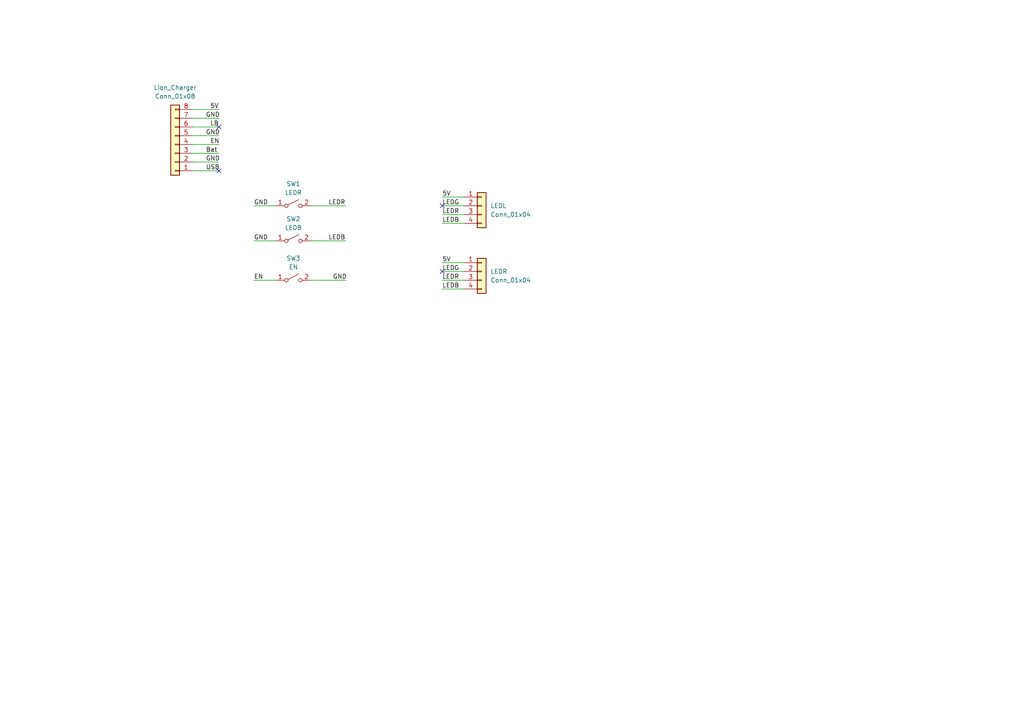
<source format=kicad_sch>
(kicad_sch (version 20231120) (generator "eeschema") (generator_version "8.0")
  (paper "A4")
  (lib_symbols
    (symbol "Connector_Generic:Conn_01x04" (pin_names (offset 1.016) hide)
      (property "Reference" "J" (at 0 5.08 0))
      (property "Value" "Conn_01x04" (at 0 -7.62 0))
      (symbol "Conn_01x04_1_1"
        (rectangle (start -1.27 -4.953) (end 0 -5.207) (stroke (width 0.1524)))
        (rectangle (start -1.27 -2.413) (end 0 -2.667) (stroke (width 0.1524)))
        (rectangle (start -1.27 0.127) (end 0 -0.127) (stroke (width 0.1524)))
        (rectangle (start -1.27 2.667) (end 0 2.413) (stroke (width 0.1524)))
        (rectangle (start -1.27 3.81) (end 1.27 -6.35) (stroke (width 0.254)) (fill (type background)))
        (pin passive line (at -5.08 2.54 0) (length 3.81) (name "Pin_1") (number "1"))
        (pin passive line (at -5.08 0 0) (length 3.81) (name "Pin_2") (number "2"))
        (pin passive line (at -5.08 -2.54 0) (length 3.81) (name "Pin_3") (number "3"))
        (pin passive line (at -5.08 -5.08 0) (length 3.81) (name "Pin_4") (number "4"))
      )
    )
    (symbol "Connector_Generic:Conn_01x08" (pin_names (offset 1.016) hide)
      (property "Reference" "J" (at 0 10.16 0))
      (property "Value" "Conn_01x08" (at 0 -12.7 0))
      (symbol "Conn_01x08_1_1"
        (rectangle (start -1.27 -10.033) (end 0 -10.287) (stroke (width 0.1524)))
        (rectangle (start -1.27 -7.493) (end 0 -7.747) (stroke (width 0.1524)))
        (rectangle (start -1.27 -4.953) (end 0 -5.207) (stroke (width 0.1524)))
        (rectangle (start -1.27 -2.413) (end 0 -2.667) (stroke (width 0.1524)))
        (rectangle (start -1.27 0.127) (end 0 -0.127) (stroke (width 0.1524)))
        (rectangle (start -1.27 2.667) (end 0 2.413) (stroke (width 0.1524)))
        (rectangle (start -1.27 5.207) (end 0 4.953) (stroke (width 0.1524)))
        (rectangle (start -1.27 7.747) (end 0 7.493) (stroke (width 0.1524)))
        (rectangle (start -1.27 8.89) (end 1.27 -11.43) (stroke (width 0.254)) (fill (type background)))
        (pin passive line (at -5.08 7.62 0) (length 3.81) (name "Pin_1") (number "1"))
        (pin passive line (at -5.08 5.08 0) (length 3.81) (name "Pin_2") (number "2"))
        (pin passive line (at -5.08 2.54 0) (length 3.81) (name "Pin_3") (number "3"))
        (pin passive line (at -5.08 0 0) (length 3.81) (name "Pin_4") (number "4"))
        (pin passive line (at -5.08 -2.54 0) (length 3.81) (name "Pin_5") (number "5"))
        (pin passive line (at -5.08 -5.08 0) (length 3.81) (name "Pin_6") (number "6"))
        (pin passive line (at -5.08 -7.62 0) (length 3.81) (name "Pin_7") (number "7"))
        (pin passive line (at -5.08 -10.16 0) (length 3.81) (name "Pin_8") (number "8"))
      )
    )
    (symbol "Switch:SW_SPST" (pin_names (offset 0) hide)
      (property "Reference" "SW" (at 0 3.175 0))
      (property "Value" "SW_SPST" (at 0 -2.54 0))
      (symbol "SW_SPST_0_0"
        (circle (center -2.032 0) (radius 0.508))
        (polyline (pts (xy -1.524 0.254) (xy 1.524 1.778)))
        (circle (center 2.032 0) (radius 0.508))
      )
      (symbol "SW_SPST_1_1"
        (pin passive line (at -5.08 0 0) (length 2.54) (name "A") (number "1"))
        (pin passive line (at 5.08 0 180) (length 2.54) (name "B") (number "2"))
      )
    )
  )
  (no_connect (at 63.5 36.83))
  (no_connect (at 128.27 59.69))
  (no_connect (at 128.27 78.74))
  (no_connect (at 63.5 49.53))
  (wire (pts (xy 55.88 34.29) (xy 63.5 34.29)))
  (wire (pts (xy 55.88 49.53) (xy 63.5 49.53)))
  (wire (pts (xy 55.88 44.45) (xy 63.5 44.45)))
  (wire (pts (xy 55.88 41.91) (xy 63.5 41.91)))
  (wire (pts (xy 55.88 31.75) (xy 63.5 31.75)))
  (wire (pts (xy 128.27 76.2) (xy 134.62 76.2)))
  (wire (pts (xy 55.88 46.99) (xy 63.5 46.99)))
  (wire (pts (xy 128.27 83.82) (xy 134.62 83.82)))
  (wire (pts (xy 90.17 59.69) (xy 100.33 59.69)))
  (wire (pts (xy 128.27 57.15) (xy 134.62 57.15)))
  (wire (pts (xy 128.27 59.69) (xy 134.62 59.69)))
  (wire (pts (xy 55.88 39.37) (xy 63.5 39.37)))
  (wire (pts (xy 128.27 81.28) (xy 134.62 81.28)))
  (wire (pts (xy 128.27 62.23) (xy 134.62 62.23)))
  (wire (pts (xy 80.01 59.69) (xy 73.66 59.69)))
  (wire (pts (xy 128.27 64.77) (xy 134.62 64.77)))
  (wire (pts (xy 73.66 81.28) (xy 80.01 81.28)))
  (wire (pts (xy 73.66 69.85) (xy 80.01 69.85)))
  (wire (pts (xy 55.88 36.83) (xy 63.5 36.83)))
  (wire (pts (xy 128.27 78.74) (xy 134.62 78.74)))
  (wire (pts (xy 90.17 69.85) (xy 100.33 69.85)))
  (wire (pts (xy 90.17 81.28) (xy 100.33 81.28)))
  (label "LEDR" (at 95.25 59.69 0))
  (label "5V" (at 128.27 57.15 0))
  (label "LEDB" (at 128.27 83.82 0))
  (label "5V" (at 128.27 76.2 0))
  (label "LEDR" (at 128.27 62.23 0))
  (label "LEDG" (at 128.27 59.69 0))
  (label "LEDG" (at 128.27 78.74 0))
  (label "LEDB" (at 95.25 69.85 0))
  (label "LEDB" (at 128.27 64.77 0))
  (label "USB" (at 59.69 49.53 0))
  (label "5V" (at 60.96 31.75 0))
  (label "GND" (at 73.66 59.69 0))
  (label "LB" (at 60.96 36.83 0))
  (label "GND" (at 96.52 81.28 0))
  (label "LEDR" (at 128.27 81.28 0))
  (label "EN" (at 73.66 81.28 0))
  (label "Bat" (at 59.69 44.45 0))
  (label "GND" (at 59.69 39.37 0))
  (label "GND" (at 59.69 34.29 0))
  (label "GND" (at 73.66 69.85 0))
  (label "EN" (at 60.96 41.91 0))
  (label "GND" (at 59.69 46.99 0))
  (symbol (lib_id "Switch:SW_SPST") (at 85.09 59.69 0) (unit 1)
    (property "Reference" "SW1" (at 85.09 53.34 0))
    (property "Value" "LEDR" (at 85.09 55.88 0))
    (property "Footprint" "Button_Switch_THT:SW_DIP_SPSTx01_Slide_9.78x4.72mm_W7.62mm_P2.54mm" (effects (hide yes)))
    (property "Description" "Single Pole Single Throw (SPST) switch" (effects (hide yes)))
  )
  (symbol (lib_id "Switch:SW_SPST") (at 85.09 81.28 0) (unit 1)
    (property "Reference" "SW3" (at 85.09 74.93 0))
    (property "Value" "EN" (at 85.09 77.47 0))
    (property "Description" "Single Pole Single Throw (SPST) switch" (effects (hide yes)))
  )
  (symbol (lib_id "Connector_Generic:Conn_01x04") (at 139.7 59.69 0) (unit 1)
    (property "Reference" "LEDL" (at 142.24 59.6899 0) (effects (justify left)))
    (property "Value" "Conn_01x04" (at 142.24 62.2299 0) (effects (justify left)))
    (property "Footprint" "Connector_PinSocket_2.54mm:PinSocket_1x04_P2.54mm_Vertical" (effects (hide yes)))
    (property "Description" "Generic connector, single row, 01x04, script generated (kicad-library-utils/schlib/autogen/connector/)" (effects (hide yes)))
  )
  (symbol (lib_id "Connector_Generic:Conn_01x08") (at 50.8 41.91 180) (unit 1)
    (property "Reference" "Lion_Charger" (at 50.8 25.4 0))
    (property "Value" "Conn_01x08" (at 50.8 27.94 0))
    (property "Footprint" "Connector_PinSocket_2.54mm:PinSocket_1x08_P2.54mm_Vertical" (effects (hide yes)))
    (property "Description" "Generic connector, single row, 01x08, script generated (kicad-library-utils/schlib/autogen/connector/)" (effects (hide yes)))
  )
  (symbol (lib_id "Connector_Generic:Conn_01x04") (at 139.7 78.74 0) (unit 1)
    (property "Reference" "LEDR" (at 142.24 78.7399 0) (effects (justify left)))
    (property "Value" "Conn_01x04" (at 142.24 81.2799 0) (effects (justify left)))
    (property "Footprint" "Connector_PinSocket_2.54mm:PinSocket_1x04_P2.54mm_Vertical" (effects (hide yes)))
    (property "Description" "Generic connector, single row, 01x04, script generated (kicad-library-utils/schlib/autogen/connector/)" (effects (hide yes)))
  )
  (symbol (lib_id "Switch:SW_SPST") (at 85.09 69.85 0) (unit 1)
    (property "Reference" "SW2" (at 85.09 63.5 0))
    (property "Value" "LEDB" (at 85.09 66.04 0))
    (property "Footprint" "Button_Switch_THT:SW_DIP_SPSTx01_Slide_6.7x4.1mm_W7.62mm_P2.54mm_LowProfile" (effects (hide yes)))
    (property "Description" "Single Pole Single Throw (SPST) switch" (effects (hide yes)))
  )
)
</source>
